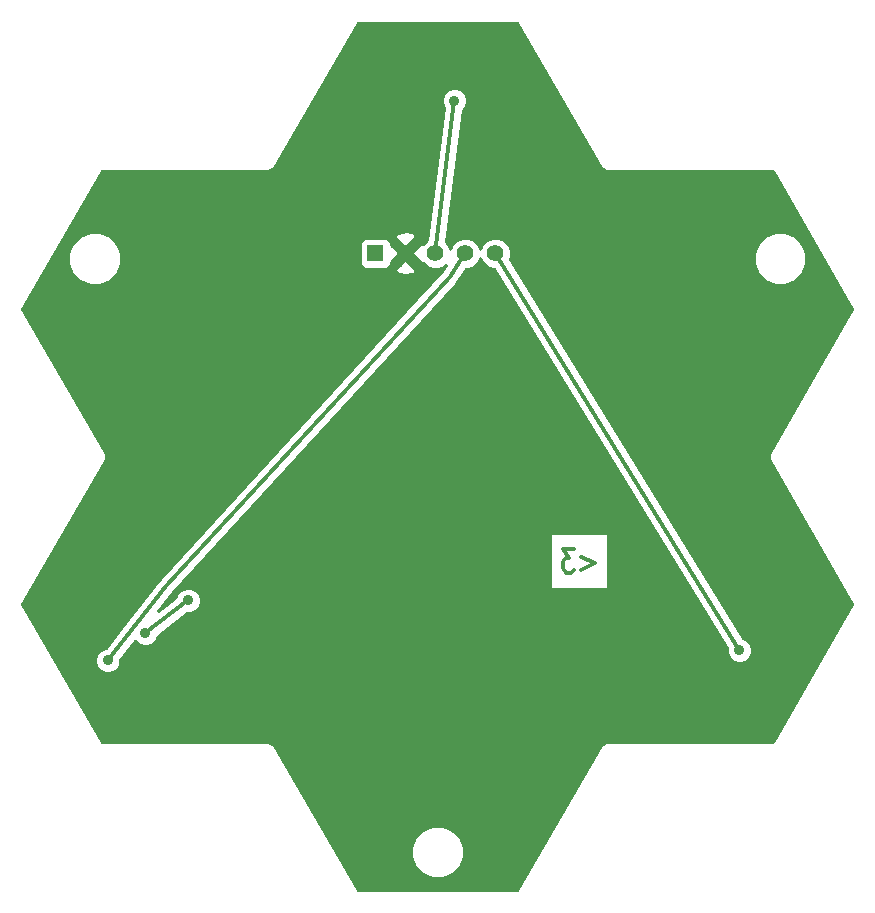
<source format=gbl>
G04 (created by PCBNEW-RS274X (2011-nov-30)-testing) date Fri 27 Jul 2012 07:09:39 PM EDT*
%MOIN*%
G04 Gerber Fmt 3.4, Leading zero omitted, Abs format*
%FSLAX34Y34*%
G01*
G70*
G90*
G04 APERTURE LIST*
%ADD10C,0.006*%
%ADD11C,0.012*%
%ADD12R,0.055X0.055*%
%ADD13C,0.055*%
%ADD14C,0.035*%
%ADD15C,0.014*%
%ADD16C,0.01*%
G04 APERTURE END LIST*
G54D10*
G54D11*
X63246Y-41916D02*
X63703Y-42145D01*
X63246Y-42374D01*
X63017Y-41650D02*
X62646Y-41650D01*
X62846Y-41955D01*
X62760Y-41955D01*
X62703Y-41993D01*
X62674Y-42031D01*
X62646Y-42107D01*
X62646Y-42297D01*
X62674Y-42374D01*
X62703Y-42412D01*
X62760Y-42450D01*
X62932Y-42450D01*
X62989Y-42412D01*
X63017Y-42374D01*
G54D12*
X56398Y-31811D03*
G54D13*
X57398Y-31811D03*
X58398Y-31811D03*
X59398Y-31811D03*
X60398Y-31811D03*
G54D14*
X68532Y-45042D03*
X50152Y-43378D03*
X48734Y-44478D03*
X47478Y-45380D03*
X59034Y-26716D03*
X47140Y-43262D03*
X56934Y-25608D03*
X70604Y-43802D03*
G54D15*
X60398Y-31811D02*
X68532Y-45042D01*
X48734Y-44478D02*
X50152Y-43378D01*
X59398Y-31811D02*
X58870Y-32586D01*
X49410Y-42914D02*
X47478Y-45380D01*
X58870Y-32586D02*
X49410Y-42914D01*
X58398Y-31811D02*
X59034Y-26716D01*
G54D10*
G36*
X72299Y-43504D02*
X69643Y-48103D01*
X68954Y-48103D01*
X68954Y-45126D01*
X68954Y-44958D01*
X68890Y-44803D01*
X68771Y-44684D01*
X68662Y-44639D01*
X60885Y-31998D01*
X60920Y-31916D01*
X60920Y-31708D01*
X60841Y-31516D01*
X60694Y-31369D01*
X60503Y-31289D01*
X60295Y-31289D01*
X60103Y-31368D01*
X59956Y-31515D01*
X59897Y-31653D01*
X59841Y-31516D01*
X59694Y-31369D01*
X59503Y-31289D01*
X59295Y-31289D01*
X59103Y-31368D01*
X58956Y-31515D01*
X58897Y-31653D01*
X58841Y-31516D01*
X58764Y-31439D01*
X59312Y-27034D01*
X59392Y-26955D01*
X59456Y-26800D01*
X59456Y-26632D01*
X59392Y-26477D01*
X59273Y-26358D01*
X59118Y-26294D01*
X58950Y-26294D01*
X58795Y-26358D01*
X58676Y-26477D01*
X58612Y-26632D01*
X58612Y-26800D01*
X58676Y-26955D01*
X58682Y-26961D01*
X58134Y-31354D01*
X58103Y-31368D01*
X57983Y-31487D01*
X57923Y-31479D01*
X57730Y-31672D01*
X57730Y-31286D01*
X57711Y-31148D01*
X57433Y-31078D01*
X57151Y-31121D01*
X57085Y-31148D01*
X57066Y-31286D01*
X57398Y-31617D01*
X57730Y-31286D01*
X57730Y-31672D01*
X57592Y-31811D01*
X57923Y-32143D01*
X57983Y-32134D01*
X58102Y-32253D01*
X58293Y-32333D01*
X58501Y-32333D01*
X58693Y-32254D01*
X58753Y-32193D01*
X58608Y-32405D01*
X57730Y-33363D01*
X57730Y-32336D01*
X57398Y-32005D01*
X57204Y-32198D01*
X57204Y-31811D01*
X56919Y-31525D01*
X56919Y-31487D01*
X56882Y-31397D01*
X56812Y-31327D01*
X56722Y-31290D01*
X56624Y-31290D01*
X56074Y-31290D01*
X55984Y-31327D01*
X55914Y-31397D01*
X55877Y-31487D01*
X55877Y-31585D01*
X55877Y-32135D01*
X55914Y-32225D01*
X55984Y-32295D01*
X56074Y-32332D01*
X56172Y-32332D01*
X56722Y-32332D01*
X56812Y-32295D01*
X56882Y-32225D01*
X56919Y-32135D01*
X56919Y-32096D01*
X57204Y-31811D01*
X57204Y-32198D01*
X57066Y-32336D01*
X57085Y-32474D01*
X57363Y-32544D01*
X57645Y-32501D01*
X57711Y-32474D01*
X57730Y-32336D01*
X57730Y-33363D01*
X49176Y-42700D01*
X49166Y-42714D01*
X49161Y-42720D01*
X47920Y-44302D01*
X47920Y-32163D01*
X47920Y-31814D01*
X47787Y-31492D01*
X47540Y-31245D01*
X47218Y-31111D01*
X46869Y-31111D01*
X46547Y-31244D01*
X46300Y-31491D01*
X46166Y-31813D01*
X46166Y-32162D01*
X46299Y-32484D01*
X46546Y-32731D01*
X46868Y-32865D01*
X47217Y-32865D01*
X47539Y-32732D01*
X47786Y-32485D01*
X47920Y-32163D01*
X47920Y-44302D01*
X47406Y-44958D01*
X47394Y-44958D01*
X47239Y-45022D01*
X47120Y-45141D01*
X47056Y-45296D01*
X47056Y-45464D01*
X47120Y-45619D01*
X47239Y-45738D01*
X47394Y-45802D01*
X47562Y-45802D01*
X47717Y-45738D01*
X47836Y-45619D01*
X47900Y-45464D01*
X47900Y-45355D01*
X48389Y-44730D01*
X48495Y-44836D01*
X48650Y-44900D01*
X48818Y-44900D01*
X48973Y-44836D01*
X49092Y-44717D01*
X49156Y-44562D01*
X49156Y-44551D01*
X50125Y-43800D01*
X50236Y-43800D01*
X50391Y-43736D01*
X50510Y-43617D01*
X50574Y-43462D01*
X50574Y-43294D01*
X50510Y-43139D01*
X50391Y-43020D01*
X50236Y-42956D01*
X50068Y-42956D01*
X49913Y-43020D01*
X49794Y-43139D01*
X49730Y-43294D01*
X49730Y-43304D01*
X49163Y-43743D01*
X49660Y-43111D01*
X49660Y-43109D01*
X59105Y-32803D01*
X59122Y-32774D01*
X59132Y-32765D01*
X59426Y-32333D01*
X59501Y-32333D01*
X59693Y-32254D01*
X59840Y-32107D01*
X59898Y-31968D01*
X59955Y-32106D01*
X60102Y-32253D01*
X60293Y-32333D01*
X60347Y-32333D01*
X68111Y-44954D01*
X68110Y-44958D01*
X68110Y-45126D01*
X68174Y-45281D01*
X68293Y-45400D01*
X68448Y-45464D01*
X68616Y-45464D01*
X68771Y-45400D01*
X68890Y-45281D01*
X68954Y-45126D01*
X68954Y-48103D01*
X64153Y-48103D01*
X64153Y-42993D01*
X64153Y-41139D01*
X62225Y-41139D01*
X62225Y-42993D01*
X64153Y-42993D01*
X64153Y-48103D01*
X64147Y-48103D01*
X64103Y-48111D01*
X64064Y-48114D01*
X64043Y-48123D01*
X64024Y-48128D01*
X63987Y-48151D01*
X63951Y-48170D01*
X63938Y-48184D01*
X63919Y-48197D01*
X63895Y-48233D01*
X63868Y-48264D01*
X61119Y-53024D01*
X59342Y-53024D01*
X59342Y-51946D01*
X59342Y-51597D01*
X59209Y-51275D01*
X58962Y-51028D01*
X58640Y-50894D01*
X58291Y-50894D01*
X57969Y-51027D01*
X57722Y-51274D01*
X57588Y-51596D01*
X57588Y-51945D01*
X57721Y-52267D01*
X57968Y-52514D01*
X58290Y-52648D01*
X58639Y-52648D01*
X58961Y-52515D01*
X59208Y-52268D01*
X59342Y-51946D01*
X59342Y-53024D01*
X55809Y-53024D01*
X53061Y-48264D01*
X53033Y-48233D01*
X53010Y-48197D01*
X52990Y-48184D01*
X52978Y-48170D01*
X52941Y-48151D01*
X52905Y-48128D01*
X52885Y-48123D01*
X52865Y-48114D01*
X52822Y-48111D01*
X52782Y-48103D01*
X47285Y-48103D01*
X44629Y-43504D01*
X47378Y-38744D01*
X47390Y-38707D01*
X47411Y-38666D01*
X47412Y-38641D01*
X47418Y-38625D01*
X47415Y-38585D01*
X47418Y-38541D01*
X47411Y-38521D01*
X47410Y-38500D01*
X47392Y-38464D01*
X47378Y-38422D01*
X44629Y-33661D01*
X47285Y-29062D01*
X52782Y-29062D01*
X52822Y-29053D01*
X52865Y-29051D01*
X52885Y-29041D01*
X52905Y-29037D01*
X52941Y-29013D01*
X52978Y-28995D01*
X52990Y-28980D01*
X53010Y-28968D01*
X53033Y-28931D01*
X53061Y-28901D01*
X55809Y-24141D01*
X61119Y-24141D01*
X63868Y-28901D01*
X63895Y-28931D01*
X63919Y-28968D01*
X63938Y-28980D01*
X63951Y-28995D01*
X63987Y-29013D01*
X64024Y-29037D01*
X64043Y-29041D01*
X64064Y-29051D01*
X64103Y-29053D01*
X64147Y-29062D01*
X69643Y-29062D01*
X72299Y-33661D01*
X70764Y-36320D01*
X70764Y-32163D01*
X70764Y-31814D01*
X70631Y-31492D01*
X70384Y-31245D01*
X70062Y-31111D01*
X69713Y-31111D01*
X69391Y-31244D01*
X69144Y-31491D01*
X69010Y-31813D01*
X69010Y-32162D01*
X69143Y-32484D01*
X69390Y-32731D01*
X69712Y-32865D01*
X70061Y-32865D01*
X70383Y-32732D01*
X70630Y-32485D01*
X70764Y-32163D01*
X70764Y-36320D01*
X69551Y-38422D01*
X69536Y-38463D01*
X69519Y-38500D01*
X69517Y-38521D01*
X69511Y-38541D01*
X69513Y-38583D01*
X69511Y-38625D01*
X69517Y-38644D01*
X69519Y-38666D01*
X69536Y-38702D01*
X69551Y-38744D01*
X72299Y-43504D01*
X72299Y-43504D01*
G37*
G54D16*
X72299Y-43504D02*
X69643Y-48103D01*
X68954Y-48103D01*
X68954Y-45126D01*
X68954Y-44958D01*
X68890Y-44803D01*
X68771Y-44684D01*
X68662Y-44639D01*
X60885Y-31998D01*
X60920Y-31916D01*
X60920Y-31708D01*
X60841Y-31516D01*
X60694Y-31369D01*
X60503Y-31289D01*
X60295Y-31289D01*
X60103Y-31368D01*
X59956Y-31515D01*
X59897Y-31653D01*
X59841Y-31516D01*
X59694Y-31369D01*
X59503Y-31289D01*
X59295Y-31289D01*
X59103Y-31368D01*
X58956Y-31515D01*
X58897Y-31653D01*
X58841Y-31516D01*
X58764Y-31439D01*
X59312Y-27034D01*
X59392Y-26955D01*
X59456Y-26800D01*
X59456Y-26632D01*
X59392Y-26477D01*
X59273Y-26358D01*
X59118Y-26294D01*
X58950Y-26294D01*
X58795Y-26358D01*
X58676Y-26477D01*
X58612Y-26632D01*
X58612Y-26800D01*
X58676Y-26955D01*
X58682Y-26961D01*
X58134Y-31354D01*
X58103Y-31368D01*
X57983Y-31487D01*
X57923Y-31479D01*
X57730Y-31672D01*
X57730Y-31286D01*
X57711Y-31148D01*
X57433Y-31078D01*
X57151Y-31121D01*
X57085Y-31148D01*
X57066Y-31286D01*
X57398Y-31617D01*
X57730Y-31286D01*
X57730Y-31672D01*
X57592Y-31811D01*
X57923Y-32143D01*
X57983Y-32134D01*
X58102Y-32253D01*
X58293Y-32333D01*
X58501Y-32333D01*
X58693Y-32254D01*
X58753Y-32193D01*
X58608Y-32405D01*
X57730Y-33363D01*
X57730Y-32336D01*
X57398Y-32005D01*
X57204Y-32198D01*
X57204Y-31811D01*
X56919Y-31525D01*
X56919Y-31487D01*
X56882Y-31397D01*
X56812Y-31327D01*
X56722Y-31290D01*
X56624Y-31290D01*
X56074Y-31290D01*
X55984Y-31327D01*
X55914Y-31397D01*
X55877Y-31487D01*
X55877Y-31585D01*
X55877Y-32135D01*
X55914Y-32225D01*
X55984Y-32295D01*
X56074Y-32332D01*
X56172Y-32332D01*
X56722Y-32332D01*
X56812Y-32295D01*
X56882Y-32225D01*
X56919Y-32135D01*
X56919Y-32096D01*
X57204Y-31811D01*
X57204Y-32198D01*
X57066Y-32336D01*
X57085Y-32474D01*
X57363Y-32544D01*
X57645Y-32501D01*
X57711Y-32474D01*
X57730Y-32336D01*
X57730Y-33363D01*
X49176Y-42700D01*
X49166Y-42714D01*
X49161Y-42720D01*
X47920Y-44302D01*
X47920Y-32163D01*
X47920Y-31814D01*
X47787Y-31492D01*
X47540Y-31245D01*
X47218Y-31111D01*
X46869Y-31111D01*
X46547Y-31244D01*
X46300Y-31491D01*
X46166Y-31813D01*
X46166Y-32162D01*
X46299Y-32484D01*
X46546Y-32731D01*
X46868Y-32865D01*
X47217Y-32865D01*
X47539Y-32732D01*
X47786Y-32485D01*
X47920Y-32163D01*
X47920Y-44302D01*
X47406Y-44958D01*
X47394Y-44958D01*
X47239Y-45022D01*
X47120Y-45141D01*
X47056Y-45296D01*
X47056Y-45464D01*
X47120Y-45619D01*
X47239Y-45738D01*
X47394Y-45802D01*
X47562Y-45802D01*
X47717Y-45738D01*
X47836Y-45619D01*
X47900Y-45464D01*
X47900Y-45355D01*
X48389Y-44730D01*
X48495Y-44836D01*
X48650Y-44900D01*
X48818Y-44900D01*
X48973Y-44836D01*
X49092Y-44717D01*
X49156Y-44562D01*
X49156Y-44551D01*
X50125Y-43800D01*
X50236Y-43800D01*
X50391Y-43736D01*
X50510Y-43617D01*
X50574Y-43462D01*
X50574Y-43294D01*
X50510Y-43139D01*
X50391Y-43020D01*
X50236Y-42956D01*
X50068Y-42956D01*
X49913Y-43020D01*
X49794Y-43139D01*
X49730Y-43294D01*
X49730Y-43304D01*
X49163Y-43743D01*
X49660Y-43111D01*
X49660Y-43109D01*
X59105Y-32803D01*
X59122Y-32774D01*
X59132Y-32765D01*
X59426Y-32333D01*
X59501Y-32333D01*
X59693Y-32254D01*
X59840Y-32107D01*
X59898Y-31968D01*
X59955Y-32106D01*
X60102Y-32253D01*
X60293Y-32333D01*
X60347Y-32333D01*
X68111Y-44954D01*
X68110Y-44958D01*
X68110Y-45126D01*
X68174Y-45281D01*
X68293Y-45400D01*
X68448Y-45464D01*
X68616Y-45464D01*
X68771Y-45400D01*
X68890Y-45281D01*
X68954Y-45126D01*
X68954Y-48103D01*
X64153Y-48103D01*
X64153Y-42993D01*
X64153Y-41139D01*
X62225Y-41139D01*
X62225Y-42993D01*
X64153Y-42993D01*
X64153Y-48103D01*
X64147Y-48103D01*
X64103Y-48111D01*
X64064Y-48114D01*
X64043Y-48123D01*
X64024Y-48128D01*
X63987Y-48151D01*
X63951Y-48170D01*
X63938Y-48184D01*
X63919Y-48197D01*
X63895Y-48233D01*
X63868Y-48264D01*
X61119Y-53024D01*
X59342Y-53024D01*
X59342Y-51946D01*
X59342Y-51597D01*
X59209Y-51275D01*
X58962Y-51028D01*
X58640Y-50894D01*
X58291Y-50894D01*
X57969Y-51027D01*
X57722Y-51274D01*
X57588Y-51596D01*
X57588Y-51945D01*
X57721Y-52267D01*
X57968Y-52514D01*
X58290Y-52648D01*
X58639Y-52648D01*
X58961Y-52515D01*
X59208Y-52268D01*
X59342Y-51946D01*
X59342Y-53024D01*
X55809Y-53024D01*
X53061Y-48264D01*
X53033Y-48233D01*
X53010Y-48197D01*
X52990Y-48184D01*
X52978Y-48170D01*
X52941Y-48151D01*
X52905Y-48128D01*
X52885Y-48123D01*
X52865Y-48114D01*
X52822Y-48111D01*
X52782Y-48103D01*
X47285Y-48103D01*
X44629Y-43504D01*
X47378Y-38744D01*
X47390Y-38707D01*
X47411Y-38666D01*
X47412Y-38641D01*
X47418Y-38625D01*
X47415Y-38585D01*
X47418Y-38541D01*
X47411Y-38521D01*
X47410Y-38500D01*
X47392Y-38464D01*
X47378Y-38422D01*
X44629Y-33661D01*
X47285Y-29062D01*
X52782Y-29062D01*
X52822Y-29053D01*
X52865Y-29051D01*
X52885Y-29041D01*
X52905Y-29037D01*
X52941Y-29013D01*
X52978Y-28995D01*
X52990Y-28980D01*
X53010Y-28968D01*
X53033Y-28931D01*
X53061Y-28901D01*
X55809Y-24141D01*
X61119Y-24141D01*
X63868Y-28901D01*
X63895Y-28931D01*
X63919Y-28968D01*
X63938Y-28980D01*
X63951Y-28995D01*
X63987Y-29013D01*
X64024Y-29037D01*
X64043Y-29041D01*
X64064Y-29051D01*
X64103Y-29053D01*
X64147Y-29062D01*
X69643Y-29062D01*
X72299Y-33661D01*
X70764Y-36320D01*
X70764Y-32163D01*
X70764Y-31814D01*
X70631Y-31492D01*
X70384Y-31245D01*
X70062Y-31111D01*
X69713Y-31111D01*
X69391Y-31244D01*
X69144Y-31491D01*
X69010Y-31813D01*
X69010Y-32162D01*
X69143Y-32484D01*
X69390Y-32731D01*
X69712Y-32865D01*
X70061Y-32865D01*
X70383Y-32732D01*
X70630Y-32485D01*
X70764Y-32163D01*
X70764Y-36320D01*
X69551Y-38422D01*
X69536Y-38463D01*
X69519Y-38500D01*
X69517Y-38521D01*
X69511Y-38541D01*
X69513Y-38583D01*
X69511Y-38625D01*
X69517Y-38644D01*
X69519Y-38666D01*
X69536Y-38702D01*
X69551Y-38744D01*
X72299Y-43504D01*
M02*

</source>
